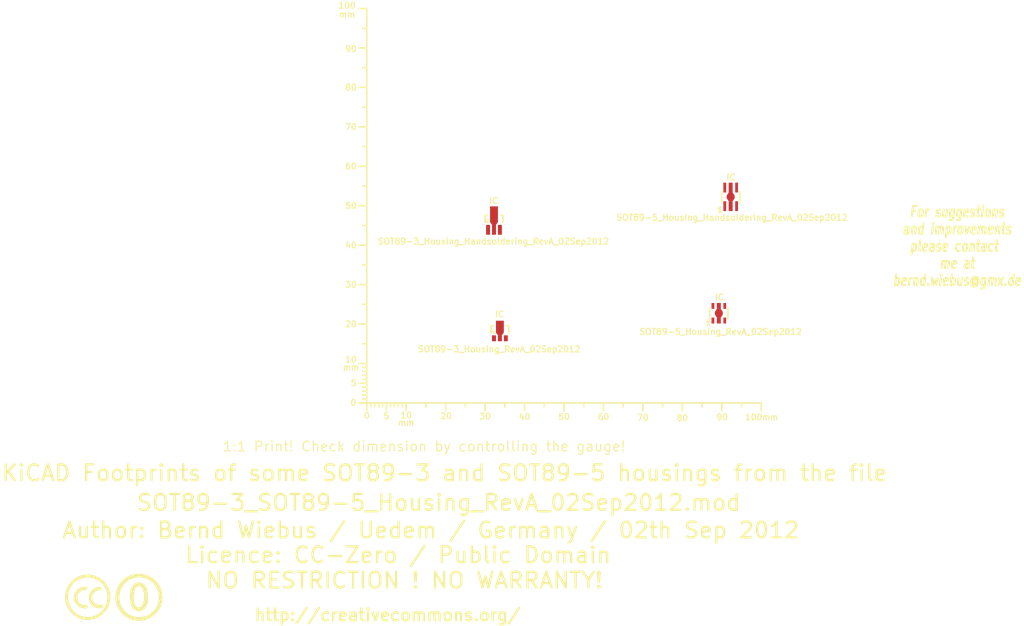
<source format=kicad_pcb>
(kicad_pcb (version 3) (host pcbnew "(2013-03-30 BZR 4007)-stable")

  (general
    (links 0)
    (no_connects 0)
    (area -0.90696 35.803839 274.02378 194.6694)
    (thickness 1.6002)
    (drawings 7)
    (tracks 0)
    (zones 0)
    (modules 7)
    (nets 1)
  )

  (page A4)
  (layers
    (15 Vorderseite signal)
    (0 Rückseite signal)
    (16 B.Adhes user)
    (17 F.Adhes user)
    (18 B.Paste user)
    (19 F.Paste user)
    (20 B.SilkS user)
    (21 F.SilkS user)
    (22 B.Mask user)
    (23 F.Mask user)
    (24 Dwgs.User user)
    (25 Cmts.User user)
    (26 Eco1.User user)
    (27 Eco2.User user)
    (28 Edge.Cuts user)
  )

  (setup
    (last_trace_width 0.2032)
    (trace_clearance 0.254)
    (zone_clearance 0.508)
    (zone_45_only no)
    (trace_min 0.2032)
    (segment_width 0.381)
    (edge_width 0.381)
    (via_size 0.889)
    (via_drill 0.635)
    (via_min_size 0.889)
    (via_min_drill 0.508)
    (uvia_size 0.508)
    (uvia_drill 0.127)
    (uvias_allowed no)
    (uvia_min_size 0.508)
    (uvia_min_drill 0.127)
    (pcb_text_width 0.3048)
    (pcb_text_size 1.524 2.032)
    (mod_edge_width 0.381)
    (mod_text_size 1.524 1.524)
    (mod_text_width 0.3048)
    (pad_size 1.524 1.524)
    (pad_drill 0.8128)
    (pad_to_mask_clearance 0.254)
    (aux_axis_origin 0 0)
    (visible_elements 7FFFFFFF)
    (pcbplotparams
      (layerselection 3178497)
      (usegerberextensions true)
      (excludeedgelayer true)
      (linewidth 60)
      (plotframeref false)
      (viasonmask false)
      (mode 1)
      (useauxorigin false)
      (hpglpennumber 1)
      (hpglpenspeed 20)
      (hpglpendiameter 15)
      (hpglpenoverlay 0)
      (psnegative false)
      (psa4output false)
      (plotreference true)
      (plotvalue true)
      (plotothertext true)
      (plotinvisibletext false)
      (padsonsilk false)
      (subtractmaskfromsilk false)
      (outputformat 1)
      (mirror false)
      (drillshape 1)
      (scaleselection 1)
      (outputdirectory ""))
  )

  (net 0 "")

  (net_class Default "Dies ist die voreingestellte Netzklasse."
    (clearance 0.254)
    (trace_width 0.2032)
    (via_dia 0.889)
    (via_drill 0.635)
    (uvia_dia 0.508)
    (uvia_drill 0.127)
    (add_net "")
  )

  (module Gauge_100mm_Type2_SilkScreenTop_RevA_Date22Jun2010 (layer Vorderseite) (tedit 51B02995) (tstamp 4D88F07A)
    (at 107.74934 136.24814)
    (descr "Gauge, Massstab, 100mm, SilkScreenTop, Type 2,")
    (tags "Gauge, Massstab, 100mm, SilkScreenTop, Type 2,")
    (path Gauge_100mm_Type2_SilkScreenTop_RevA_Date22Jun2010)
    (fp_text reference MSC (at 4.0005 8.99922) (layer F.SilkS) hide
      (effects (font (size 1.524 1.524) (thickness 0.3048)))
    )
    (fp_text value Gauge_100mm_Type2_SilkScreenTop_RevA_Date22Jun2010 (at 45.9994 8.99922) (layer F.SilkS) hide
      (effects (font (size 1.524 1.524) (thickness 0.3048)))
    )
    (fp_text user mm (at 9.99998 5.00126) (layer F.SilkS)
      (effects (font (size 1.524 1.524) (thickness 0.3048)))
    )
    (fp_text user mm (at -4.0005 -8.99922) (layer F.SilkS)
      (effects (font (size 1.524 1.524) (thickness 0.3048)))
    )
    (fp_text user mm (at -5.00126 -98.5012) (layer F.SilkS)
      (effects (font (size 1.524 1.524) (thickness 0.3048)))
    )
    (fp_text user 10 (at 10.00506 3.0988) (layer F.SilkS)
      (effects (font (size 1.50114 1.50114) (thickness 0.29972)))
    )
    (fp_text user 0 (at 0.00508 3.19786) (layer F.SilkS)
      (effects (font (size 1.39954 1.50114) (thickness 0.29972)))
    )
    (fp_text user 5 (at 5.0038 3.29946) (layer F.SilkS)
      (effects (font (size 1.50114 1.50114) (thickness 0.29972)))
    )
    (fp_text user 20 (at 20.1041 3.29946) (layer F.SilkS)
      (effects (font (size 1.50114 1.50114) (thickness 0.29972)))
    )
    (fp_text user 30 (at 30.00502 3.39852) (layer F.SilkS)
      (effects (font (size 1.50114 1.50114) (thickness 0.29972)))
    )
    (fp_text user 40 (at 40.005 3.50012) (layer F.SilkS)
      (effects (font (size 1.50114 1.50114) (thickness 0.29972)))
    )
    (fp_text user 50 (at 50.00498 3.50012) (layer F.SilkS)
      (effects (font (size 1.50114 1.50114) (thickness 0.29972)))
    )
    (fp_text user 60 (at 60.00496 3.50012) (layer F.SilkS)
      (effects (font (size 1.50114 1.50114) (thickness 0.29972)))
    )
    (fp_text user 70 (at 70.00494 3.70078) (layer F.SilkS)
      (effects (font (size 1.50114 1.50114) (thickness 0.29972)))
    )
    (fp_text user 80 (at 80.00492 3.79984) (layer F.SilkS)
      (effects (font (size 1.50114 1.50114) (thickness 0.29972)))
    )
    (fp_text user 90 (at 90.1065 3.60172) (layer F.SilkS)
      (effects (font (size 1.50114 1.50114) (thickness 0.29972)))
    )
    (fp_text user 100mm (at 100.10648 3.60172) (layer F.SilkS)
      (effects (font (size 1.50114 1.50114) (thickness 0.29972)))
    )
    (fp_line (start 0 -8.99922) (end -1.00076 -8.99922) (layer F.SilkS) (width 0.381))
    (fp_line (start 0 -8.001) (end -1.00076 -8.001) (layer F.SilkS) (width 0.381))
    (fp_line (start 0 -7.00024) (end -1.00076 -7.00024) (layer F.SilkS) (width 0.381))
    (fp_line (start 0 -5.99948) (end -1.00076 -5.99948) (layer F.SilkS) (width 0.381))
    (fp_line (start 0 -4.0005) (end -1.00076 -4.0005) (layer F.SilkS) (width 0.381))
    (fp_line (start 0 -2.99974) (end -1.00076 -2.99974) (layer F.SilkS) (width 0.381))
    (fp_line (start 0 -1.99898) (end -1.00076 -1.99898) (layer F.SilkS) (width 0.381))
    (fp_line (start 0 -1.00076) (end -1.00076 -1.00076) (layer F.SilkS) (width 0.381))
    (fp_line (start 0 0) (end -1.99898 0) (layer F.SilkS) (width 0.381))
    (fp_line (start 0 -5.00126) (end -1.99898 -5.00126) (layer F.SilkS) (width 0.381))
    (fp_line (start 0 -9.99998) (end -1.99898 -9.99998) (layer F.SilkS) (width 0.381))
    (fp_line (start 0 -15.00124) (end -1.00076 -15.00124) (layer F.SilkS) (width 0.381))
    (fp_line (start 0 -19.99996) (end -1.99898 -19.99996) (layer F.SilkS) (width 0.381))
    (fp_line (start 0 -25.00122) (end -1.00076 -25.00122) (layer F.SilkS) (width 0.381))
    (fp_line (start 0 -29.99994) (end -1.99898 -29.99994) (layer F.SilkS) (width 0.381))
    (fp_line (start 0 -35.0012) (end -1.00076 -35.0012) (layer F.SilkS) (width 0.381))
    (fp_line (start 0 -39.99992) (end -1.99898 -39.99992) (layer F.SilkS) (width 0.381))
    (fp_line (start 0 -45.00118) (end -1.00076 -45.00118) (layer F.SilkS) (width 0.381))
    (fp_line (start 0 -49.9999) (end -1.99898 -49.9999) (layer F.SilkS) (width 0.381))
    (fp_line (start 0 -55.00116) (end -1.00076 -55.00116) (layer F.SilkS) (width 0.381))
    (fp_line (start 0 -59.99988) (end -1.99898 -59.99988) (layer F.SilkS) (width 0.381))
    (fp_line (start 0 -65.00114) (end -1.00076 -65.00114) (layer F.SilkS) (width 0.381))
    (fp_line (start 0 -69.99986) (end -1.99898 -69.99986) (layer F.SilkS) (width 0.381))
    (fp_line (start 0 -75.00112) (end -1.00076 -75.00112) (layer F.SilkS) (width 0.381))
    (fp_line (start 0 -79.99984) (end -1.99898 -79.99984) (layer F.SilkS) (width 0.381))
    (fp_line (start 0 -85.0011) (end -1.00076 -85.0011) (layer F.SilkS) (width 0.381))
    (fp_line (start 0 -89.99982) (end -1.99898 -89.99982) (layer F.SilkS) (width 0.381))
    (fp_line (start 0 -95.00108) (end -1.00076 -95.00108) (layer F.SilkS) (width 0.381))
    (fp_line (start 0 0) (end 0 -99.9998) (layer F.SilkS) (width 0.381))
    (fp_line (start 0 -99.9998) (end -1.99898 -99.9998) (layer F.SilkS) (width 0.381))
    (fp_text user 100 (at -4.99872 -100.7491) (layer F.SilkS)
      (effects (font (size 1.50114 1.50114) (thickness 0.29972)))
    )
    (fp_text user 90 (at -4.0005 -89.7509) (layer F.SilkS)
      (effects (font (size 1.50114 1.50114) (thickness 0.29972)))
    )
    (fp_text user 80 (at -4.0005 -79.99984) (layer F.SilkS)
      (effects (font (size 1.50114 1.50114) (thickness 0.29972)))
    )
    (fp_text user 70 (at -4.0005 -69.99986) (layer F.SilkS)
      (effects (font (size 1.50114 1.50114) (thickness 0.29972)))
    )
    (fp_text user 60 (at -4.0005 -59.99988) (layer F.SilkS)
      (effects (font (size 1.50114 1.50114) (thickness 0.29972)))
    )
    (fp_text user 50 (at -4.0005 -49.9999) (layer F.SilkS)
      (effects (font (size 1.50114 1.50114) (thickness 0.34036)))
    )
    (fp_text user 40 (at -4.0005 -39.99992) (layer F.SilkS)
      (effects (font (size 1.50114 1.50114) (thickness 0.29972)))
    )
    (fp_text user 30 (at -4.0005 -29.99994) (layer F.SilkS)
      (effects (font (size 1.50114 1.50114) (thickness 0.29972)))
    )
    (fp_text user 20 (at -4.0005 -19.99996) (layer F.SilkS)
      (effects (font (size 1.50114 1.50114) (thickness 0.29972)))
    )
    (fp_line (start 95.00108 0) (end 95.00108 1.00076) (layer F.SilkS) (width 0.381))
    (fp_line (start 89.99982 0) (end 89.99982 1.99898) (layer F.SilkS) (width 0.381))
    (fp_line (start 85.0011 0) (end 85.0011 1.00076) (layer F.SilkS) (width 0.381))
    (fp_line (start 79.99984 0) (end 79.99984 1.99898) (layer F.SilkS) (width 0.381))
    (fp_line (start 75.00112 0) (end 75.00112 1.00076) (layer F.SilkS) (width 0.381))
    (fp_line (start 69.99986 0) (end 69.99986 1.99898) (layer F.SilkS) (width 0.381))
    (fp_line (start 65.00114 0) (end 65.00114 1.00076) (layer F.SilkS) (width 0.381))
    (fp_line (start 59.99988 0) (end 59.99988 1.99898) (layer F.SilkS) (width 0.381))
    (fp_line (start 55.00116 0) (end 55.00116 1.00076) (layer F.SilkS) (width 0.381))
    (fp_line (start 49.9999 0) (end 49.9999 1.99898) (layer F.SilkS) (width 0.381))
    (fp_line (start 45.00118 0) (end 45.00118 1.00076) (layer F.SilkS) (width 0.381))
    (fp_line (start 39.99992 0) (end 39.99992 1.99898) (layer F.SilkS) (width 0.381))
    (fp_line (start 35.0012 0) (end 35.0012 1.00076) (layer F.SilkS) (width 0.381))
    (fp_line (start 29.99994 0) (end 29.99994 1.99898) (layer F.SilkS) (width 0.381))
    (fp_line (start 25.00122 0) (end 25.00122 1.00076) (layer F.SilkS) (width 0.381))
    (fp_line (start 19.99996 0) (end 19.99996 1.99898) (layer F.SilkS) (width 0.381))
    (fp_line (start 15.00124 0) (end 15.00124 1.00076) (layer F.SilkS) (width 0.381))
    (fp_line (start 9.99998 0) (end 99.9998 0) (layer F.SilkS) (width 0.381))
    (fp_line (start 99.9998 0) (end 99.9998 1.99898) (layer F.SilkS) (width 0.381))
    (fp_text user 5 (at -3.302 -5.10286) (layer F.SilkS)
      (effects (font (size 1.50114 1.50114) (thickness 0.29972)))
    )
    (fp_text user 0 (at -3.4036 -0.10414) (layer F.SilkS)
      (effects (font (size 1.50114 1.50114) (thickness 0.29972)))
    )
    (fp_text user 10 (at -4.0005 -11.00074) (layer F.SilkS)
      (effects (font (size 1.50114 1.50114) (thickness 0.29972)))
    )
    (fp_line (start 8.99922 0) (end 8.99922 1.00076) (layer F.SilkS) (width 0.381))
    (fp_line (start 8.001 0) (end 8.001 1.00076) (layer F.SilkS) (width 0.381))
    (fp_line (start 7.00024 0) (end 7.00024 1.00076) (layer F.SilkS) (width 0.381))
    (fp_line (start 5.99948 0) (end 5.99948 1.00076) (layer F.SilkS) (width 0.381))
    (fp_line (start 4.0005 0) (end 4.0005 1.00076) (layer F.SilkS) (width 0.381))
    (fp_line (start 2.99974 0) (end 2.99974 1.00076) (layer F.SilkS) (width 0.381))
    (fp_line (start 1.99898 0) (end 1.99898 1.00076) (layer F.SilkS) (width 0.381))
    (fp_line (start 1.00076 0) (end 1.00076 1.00076) (layer F.SilkS) (width 0.381))
    (fp_line (start 5.00126 0) (end 5.00126 1.99898) (layer F.SilkS) (width 0.381))
    (fp_line (start 0 0) (end 0 1.99898) (layer F.SilkS) (width 0.381))
    (fp_line (start 0 0) (end 9.99998 0) (layer F.SilkS) (width 0.381))
    (fp_line (start 9.99998 0) (end 9.99998 1.99898) (layer F.SilkS) (width 0.381))
  )

  (module Symbol_CC-PublicDomain_SilkScreenTop_Big (layer Vorderseite) (tedit 515D641F) (tstamp 515F0B64)
    (at 50 185.5)
    (descr "Symbol, CC-PublicDomain, SilkScreen Top, Big,")
    (tags "Symbol, CC-PublicDomain, SilkScreen Top, Big,")
    (path Symbol_CC-Noncommercial_CopperTop_Big)
    (fp_text reference Sym (at 0.59944 -7.29996) (layer F.SilkS) hide
      (effects (font (size 1.524 1.524) (thickness 0.3048)))
    )
    (fp_text value Symbol_CC-PublicDomain_SilkScreenTop_Big (at 0.59944 8.001) (layer F.SilkS) hide
      (effects (font (size 1.524 1.524) (thickness 0.3048)))
    )
    (fp_circle (center 0 0) (end 5.8 -0.05) (layer F.SilkS) (width 0.381))
    (fp_circle (center 0 0) (end 5.5 0) (layer F.SilkS) (width 0.381))
    (fp_circle (center 0.05 0) (end 5.25 0) (layer F.SilkS) (width 0.381))
    (fp_line (start 1.1 -2.5) (end 1.4 -1.9) (layer F.SilkS) (width 0.381))
    (fp_line (start -1.8 1.2) (end -1.6 1.9) (layer F.SilkS) (width 0.381))
    (fp_line (start -1.6 1.9) (end -1.2 2.5) (layer F.SilkS) (width 0.381))
    (fp_line (start 0 -3) (end 0.75 -2.75) (layer F.SilkS) (width 0.381))
    (fp_line (start 0.75 -2.75) (end 1 -2.25) (layer F.SilkS) (width 0.381))
    (fp_line (start 1 -2.25) (end 1.5 -1) (layer F.SilkS) (width 0.381))
    (fp_line (start 1.5 -1) (end 1.5 -0.5) (layer F.SilkS) (width 0.381))
    (fp_line (start 1.5 -0.5) (end 1.5 0.5) (layer F.SilkS) (width 0.381))
    (fp_line (start 1.5 0.5) (end 1.25 1.5) (layer F.SilkS) (width 0.381))
    (fp_line (start 1.25 1.5) (end 0.75 2.5) (layer F.SilkS) (width 0.381))
    (fp_line (start 0.75 2.5) (end 0.25 2.75) (layer F.SilkS) (width 0.381))
    (fp_line (start 0.25 2.75) (end -0.25 2.75) (layer F.SilkS) (width 0.381))
    (fp_line (start -0.25 2.75) (end -0.75 2.5) (layer F.SilkS) (width 0.381))
    (fp_line (start -0.75 2.5) (end -1.25 1.75) (layer F.SilkS) (width 0.381))
    (fp_line (start -1.25 1.75) (end -1.5 0.75) (layer F.SilkS) (width 0.381))
    (fp_line (start -1.5 0.75) (end -1.5 -0.75) (layer F.SilkS) (width 0.381))
    (fp_line (start -1.5 -0.75) (end -1.25 -1.75) (layer F.SilkS) (width 0.381))
    (fp_line (start -1.25 -1.75) (end -1 -2.5) (layer F.SilkS) (width 0.381))
    (fp_line (start -1 -2.5) (end -0.3 -2.9) (layer F.SilkS) (width 0.381))
    (fp_line (start -0.3 -2.9) (end 0.2 -3) (layer F.SilkS) (width 0.381))
    (fp_line (start 0.2 -3) (end 0.8 -3) (layer F.SilkS) (width 0.381))
    (fp_line (start 0.8 -3) (end 1.4 -2.3) (layer F.SilkS) (width 0.381))
    (fp_line (start 1.4 -2.3) (end 1.6 -1.4) (layer F.SilkS) (width 0.381))
    (fp_line (start 1.6 -1.4) (end 1.7 -0.3) (layer F.SilkS) (width 0.381))
    (fp_line (start 1.7 -0.3) (end 1.7 0.9) (layer F.SilkS) (width 0.381))
    (fp_line (start 1.7 0.9) (end 1.4 1.8) (layer F.SilkS) (width 0.381))
    (fp_line (start 1.4 1.8) (end 1 2.7) (layer F.SilkS) (width 0.381))
    (fp_line (start 1 2.7) (end 0.5 3) (layer F.SilkS) (width 0.381))
    (fp_line (start 0.5 3) (end -0.4 3) (layer F.SilkS) (width 0.381))
    (fp_line (start -0.4 3) (end -1.3 2.3) (layer F.SilkS) (width 0.381))
    (fp_line (start -1.3 2.3) (end -1.7 1) (layer F.SilkS) (width 0.381))
    (fp_line (start -1.7 1) (end -1.8 -0.7) (layer F.SilkS) (width 0.381))
    (fp_line (start -1.8 -0.7) (end -1.4 -2.2) (layer F.SilkS) (width 0.381))
    (fp_line (start -1.4 -2.2) (end -1 -2.9) (layer F.SilkS) (width 0.381))
    (fp_line (start -1 -2.9) (end -0.2 -3.3) (layer F.SilkS) (width 0.381))
    (fp_line (start -0.2 -3.3) (end 0.7 -3.2) (layer F.SilkS) (width 0.381))
    (fp_line (start 0.7 -3.2) (end 1.3 -3.1) (layer F.SilkS) (width 0.381))
    (fp_line (start 1.3 -3.1) (end 1.7 -2.4) (layer F.SilkS) (width 0.381))
    (fp_line (start 1.7 -2.4) (end 2 -1.6) (layer F.SilkS) (width 0.381))
    (fp_line (start 2 -1.6) (end 2.1 -0.6) (layer F.SilkS) (width 0.381))
    (fp_line (start 2.1 -0.6) (end 2.1 0.3) (layer F.SilkS) (width 0.381))
    (fp_line (start 2.1 0.3) (end 2.1 1.3) (layer F.SilkS) (width 0.381))
    (fp_line (start 2.1 1.3) (end 1.9 1.8) (layer F.SilkS) (width 0.381))
    (fp_line (start 1.9 1.8) (end 1.5 2.6) (layer F.SilkS) (width 0.381))
    (fp_line (start 1.5 2.6) (end 1.1 3) (layer F.SilkS) (width 0.381))
    (fp_line (start 1.1 3) (end 0.4 3.3) (layer F.SilkS) (width 0.381))
    (fp_line (start 0.4 3.3) (end -0.1 3.4) (layer F.SilkS) (width 0.381))
    (fp_line (start -0.1 3.4) (end -0.8 3.2) (layer F.SilkS) (width 0.381))
    (fp_line (start -0.8 3.2) (end -1.5 2.6) (layer F.SilkS) (width 0.381))
    (fp_line (start -1.5 2.6) (end -1.9 1.7) (layer F.SilkS) (width 0.381))
    (fp_line (start -1.9 1.7) (end -2.1 0.4) (layer F.SilkS) (width 0.381))
    (fp_line (start -2.1 0.4) (end -2.1 -0.6) (layer F.SilkS) (width 0.381))
    (fp_line (start -2.1 -0.6) (end -2 -1.6) (layer F.SilkS) (width 0.381))
    (fp_line (start -2 -1.6) (end -1.7 -2.4) (layer F.SilkS) (width 0.381))
    (fp_line (start -1.7 -2.4) (end -1.2 -3.1) (layer F.SilkS) (width 0.381))
    (fp_line (start -1.2 -3.1) (end -0.4 -3.6) (layer F.SilkS) (width 0.381))
    (fp_line (start -0.4 -3.6) (end 0.4 -3.6) (layer F.SilkS) (width 0.381))
    (fp_line (start 0.4 -3.6) (end 1.1 -3.2) (layer F.SilkS) (width 0.381))
    (fp_line (start 1.1 -3.2) (end 1.1 -2.9) (layer F.SilkS) (width 0.381))
    (fp_line (start 1.1 -2.9) (end 1.8 -1.5) (layer F.SilkS) (width 0.381))
    (fp_line (start 1.8 -1.5) (end 1.8 -0.4) (layer F.SilkS) (width 0.381))
    (fp_line (start 1.8 -0.4) (end 1.8 1.1) (layer F.SilkS) (width 0.381))
    (fp_line (start 1.8 1.1) (end 1.2 2.6) (layer F.SilkS) (width 0.381))
    (fp_line (start 1.2 2.6) (end 0.2 3.2) (layer F.SilkS) (width 0.381))
    (fp_line (start 0.2 3.2) (end -0.5 3.2) (layer F.SilkS) (width 0.381))
    (fp_line (start -0.5 3.2) (end -1.1 2.7) (layer F.SilkS) (width 0.381))
    (fp_line (start -1.1 2.7) (end -1.9 0.6) (layer F.SilkS) (width 0.381))
    (fp_line (start -1.9 0.6) (end -1.7 -1.9) (layer F.SilkS) (width 0.381))
  )

  (module Symbol_CreativeCommons_SilkScreenTop_Type2_Big (layer Vorderseite) (tedit 515D640C) (tstamp 515D6AF0)
    (at 37 185.5)
    (descr "Symbol, Creative Commons, SilkScreen Top, Type 2, Big,")
    (tags "Symbol, Creative Commons, SilkScreen Top, Type 2, Big,")
    (path Symbol_CreativeCommons_CopperTop_Type2_Big)
    (fp_text reference Sym (at 0.59944 -7.29996) (layer F.SilkS) hide
      (effects (font (size 1.524 1.524) (thickness 0.3048)))
    )
    (fp_text value Symbol_CreativeCommons_Typ2_SilkScreenTop_Big (at 0.59944 8.001) (layer F.SilkS) hide
      (effects (font (size 1.524 1.524) (thickness 0.3048)))
    )
    (fp_line (start -0.70104 2.70002) (end -0.29972 2.60096) (layer F.SilkS) (width 0.381))
    (fp_line (start -0.29972 2.60096) (end -0.20066 2.10058) (layer F.SilkS) (width 0.381))
    (fp_line (start -2.49936 -1.69926) (end -2.70002 -1.6002) (layer F.SilkS) (width 0.381))
    (fp_line (start -2.70002 -1.6002) (end -3.0988 -1.00076) (layer F.SilkS) (width 0.381))
    (fp_line (start -3.0988 -1.00076) (end -3.29946 -0.50038) (layer F.SilkS) (width 0.381))
    (fp_line (start -3.29946 -0.50038) (end -3.40106 0.39878) (layer F.SilkS) (width 0.381))
    (fp_line (start -3.40106 0.39878) (end -3.29946 0.89916) (layer F.SilkS) (width 0.381))
    (fp_line (start -0.19812 2.4003) (end -0.29718 2.59842) (layer F.SilkS) (width 0.381))
    (fp_line (start 3.70078 2.10058) (end 3.79984 2.4003) (layer F.SilkS) (width 0.381))
    (fp_line (start 2.99974 -2.4003) (end 3.29946 -2.30124) (layer F.SilkS) (width 0.381))
    (fp_line (start 3.29946 -2.30124) (end 3.0988 -1.99898) (layer F.SilkS) (width 0.381))
    (fp_line (start 0 -5.40004) (end -0.50038 -5.40004) (layer F.SilkS) (width 0.381))
    (fp_line (start -0.50038 -5.40004) (end -1.30048 -5.10032) (layer F.SilkS) (width 0.381))
    (fp_line (start -1.30048 -5.10032) (end -1.99898 -4.89966) (layer F.SilkS) (width 0.381))
    (fp_line (start -1.99898 -4.89966) (end -2.70002 -4.699) (layer F.SilkS) (width 0.381))
    (fp_line (start -2.70002 -4.699) (end -3.29946 -4.20116) (layer F.SilkS) (width 0.381))
    (fp_line (start -3.29946 -4.20116) (end -4.0005 -3.59918) (layer F.SilkS) (width 0.381))
    (fp_line (start -4.0005 -3.59918) (end -4.50088 -2.99974) (layer F.SilkS) (width 0.381))
    (fp_line (start -4.50088 -2.99974) (end -5.00126 -2.10058) (layer F.SilkS) (width 0.381))
    (fp_line (start -5.00126 -2.10058) (end -5.30098 -1.09982) (layer F.SilkS) (width 0.381))
    (fp_line (start -5.30098 -1.09982) (end -5.40004 0.09906) (layer F.SilkS) (width 0.381))
    (fp_line (start -5.40004 0.09906) (end -5.19938 1.30048) (layer F.SilkS) (width 0.381))
    (fp_line (start -5.19938 1.30048) (end -4.8006 2.4003) (layer F.SilkS) (width 0.381))
    (fp_line (start -4.8006 2.4003) (end -3.79984 3.8989) (layer F.SilkS) (width 0.381))
    (fp_line (start -3.79984 3.8989) (end -2.60096 4.8006) (layer F.SilkS) (width 0.381))
    (fp_line (start -2.60096 4.8006) (end -1.30048 5.30098) (layer F.SilkS) (width 0.381))
    (fp_line (start -1.30048 5.30098) (end 0.09906 5.30098) (layer F.SilkS) (width 0.381))
    (fp_line (start 0.09906 5.30098) (end 1.6002 5.19938) (layer F.SilkS) (width 0.381))
    (fp_line (start 1.6002 5.19938) (end 2.60096 4.699) (layer F.SilkS) (width 0.381))
    (fp_line (start 2.60096 4.699) (end 4.20116 3.40106) (layer F.SilkS) (width 0.381))
    (fp_line (start 4.20116 3.40106) (end 5.00126 1.80086) (layer F.SilkS) (width 0.381))
    (fp_line (start 5.00126 1.80086) (end 5.40004 0.29972) (layer F.SilkS) (width 0.381))
    (fp_line (start 5.40004 0.29972) (end 5.19938 -1.39954) (layer F.SilkS) (width 0.381))
    (fp_line (start 5.19938 -1.39954) (end 4.699 -2.49936) (layer F.SilkS) (width 0.381))
    (fp_line (start 4.699 -2.49936) (end 3.40106 -4.09956) (layer F.SilkS) (width 0.381))
    (fp_line (start 3.40106 -4.09956) (end 2.4003 -4.8006) (layer F.SilkS) (width 0.381))
    (fp_line (start 2.4003 -4.8006) (end 1.39954 -5.19938) (layer F.SilkS) (width 0.381))
    (fp_line (start 1.39954 -5.19938) (end 0 -5.30098) (layer F.SilkS) (width 0.381))
    (fp_line (start 0.60198 -0.70104) (end 0.50292 -0.20066) (layer F.SilkS) (width 0.381))
    (fp_line (start 0.50292 -0.20066) (end 0.50292 0.49784) (layer F.SilkS) (width 0.381))
    (fp_line (start 0.50292 0.49784) (end 0.60198 1.09982) (layer F.SilkS) (width 0.381))
    (fp_line (start 0.60198 1.09982) (end 1.00076 1.69926) (layer F.SilkS) (width 0.381))
    (fp_line (start 1.00076 1.69926) (end 1.50114 2.19964) (layer F.SilkS) (width 0.381))
    (fp_line (start 1.50114 2.19964) (end 2.10058 2.49936) (layer F.SilkS) (width 0.381))
    (fp_line (start 2.10058 2.49936) (end 2.60096 2.59842) (layer F.SilkS) (width 0.381))
    (fp_line (start 2.60096 2.59842) (end 3.00228 2.59842) (layer F.SilkS) (width 0.381))
    (fp_line (start 3.00228 2.59842) (end 3.40106 2.59842) (layer F.SilkS) (width 0.381))
    (fp_line (start 3.40106 2.59842) (end 3.80238 2.49936) (layer F.SilkS) (width 0.381))
    (fp_line (start 3.80238 2.49936) (end 3.70078 2.2987) (layer F.SilkS) (width 0.381))
    (fp_line (start 3.70078 2.2987) (end 2.80162 2.4003) (layer F.SilkS) (width 0.381))
    (fp_line (start 2.80162 2.4003) (end 1.80086 2.09804) (layer F.SilkS) (width 0.381))
    (fp_line (start 1.80086 2.09804) (end 1.20142 1.6002) (layer F.SilkS) (width 0.381))
    (fp_line (start 1.20142 1.6002) (end 0.80264 0.6985) (layer F.SilkS) (width 0.381))
    (fp_line (start 0.80264 0.6985) (end 0.70104 -0.29972) (layer F.SilkS) (width 0.381))
    (fp_line (start 0.70104 -0.29972) (end 1.00076 -1.00076) (layer F.SilkS) (width 0.381))
    (fp_line (start 1.00076 -1.00076) (end 1.60274 -1.7018) (layer F.SilkS) (width 0.381))
    (fp_line (start 1.60274 -1.7018) (end 2.30124 -2.10058) (layer F.SilkS) (width 0.381))
    (fp_line (start 2.30124 -2.10058) (end 3.00228 -2.10058) (layer F.SilkS) (width 0.381))
    (fp_line (start 3.00228 -2.10058) (end 3.10134 -1.89992) (layer F.SilkS) (width 0.381))
    (fp_line (start 3.10134 -1.89992) (end 2.5019 -1.89992) (layer F.SilkS) (width 0.381))
    (fp_line (start 2.5019 -1.89992) (end 1.80086 -1.6002) (layer F.SilkS) (width 0.381))
    (fp_line (start 1.80086 -1.6002) (end 1.30048 -1.00076) (layer F.SilkS) (width 0.381))
    (fp_line (start 1.30048 -1.00076) (end 1.00076 -0.40132) (layer F.SilkS) (width 0.381))
    (fp_line (start 1.00076 -0.40132) (end 1.00076 0.09906) (layer F.SilkS) (width 0.381))
    (fp_line (start 1.00076 0.09906) (end 1.00076 0.6985) (layer F.SilkS) (width 0.381))
    (fp_line (start 1.00076 0.6985) (end 1.30048 1.19888) (layer F.SilkS) (width 0.381))
    (fp_line (start 1.30048 1.19888) (end 1.7018 1.69926) (layer F.SilkS) (width 0.381))
    (fp_line (start 1.7018 1.69926) (end 2.30124 1.99898) (layer F.SilkS) (width 0.381))
    (fp_line (start 2.30124 1.99898) (end 2.90068 2.09804) (layer F.SilkS) (width 0.381))
    (fp_line (start 2.90068 2.09804) (end 3.40106 2.09804) (layer F.SilkS) (width 0.381))
    (fp_line (start 3.40106 2.09804) (end 3.70078 1.99898) (layer F.SilkS) (width 0.381))
    (fp_line (start 3.00228 -2.4003) (end 2.40284 -2.4003) (layer F.SilkS) (width 0.381))
    (fp_line (start 2.40284 -2.4003) (end 2.00152 -2.20218) (layer F.SilkS) (width 0.381))
    (fp_line (start 2.00152 -2.20218) (end 1.50114 -2.00152) (layer F.SilkS) (width 0.381))
    (fp_line (start 1.50114 -2.00152) (end 1.10236 -1.6002) (layer F.SilkS) (width 0.381))
    (fp_line (start 1.10236 -1.6002) (end 0.80264 -1.09982) (layer F.SilkS) (width 0.381))
    (fp_line (start 0.80264 -1.09982) (end 0.60198 -0.70104) (layer F.SilkS) (width 0.381))
    (fp_line (start -0.39878 -1.99898) (end -0.89916 -1.99898) (layer F.SilkS) (width 0.381))
    (fp_line (start -0.89916 -1.99898) (end -1.39954 -1.89738) (layer F.SilkS) (width 0.381))
    (fp_line (start -1.39954 -1.89738) (end -1.89992 -1.59766) (layer F.SilkS) (width 0.381))
    (fp_line (start -1.89992 -1.59766) (end -2.4003 -1.19888) (layer F.SilkS) (width 0.381))
    (fp_line (start -2.4003 -1.30048) (end -2.70002 -0.8001) (layer F.SilkS) (width 0.381))
    (fp_line (start -2.70002 -0.8001) (end -2.79908 -0.29972) (layer F.SilkS) (width 0.381))
    (fp_line (start -2.79908 -0.29972) (end -2.79908 0.20066) (layer F.SilkS) (width 0.381))
    (fp_line (start -2.79908 0.20066) (end -2.59842 1.00076) (layer F.SilkS) (width 0.381))
    (fp_line (start -2.69748 1.00076) (end -2.39776 1.39954) (layer F.SilkS) (width 0.381))
    (fp_line (start -2.29616 1.4986) (end -1.79578 1.89992) (layer F.SilkS) (width 0.381))
    (fp_line (start -1.79578 1.89992) (end -1.29794 2.09804) (layer F.SilkS) (width 0.381))
    (fp_line (start -1.29794 2.09804) (end -0.89662 2.19964) (layer F.SilkS) (width 0.381))
    (fp_line (start -0.89662 2.19964) (end -0.49784 2.19964) (layer F.SilkS) (width 0.381))
    (fp_line (start -0.49784 2.19964) (end -0.19812 2.09804) (layer F.SilkS) (width 0.381))
    (fp_line (start -0.19812 2.09804) (end -0.29718 2.4003) (layer F.SilkS) (width 0.381))
    (fp_line (start -0.29718 2.4003) (end -0.89662 2.49936) (layer F.SilkS) (width 0.381))
    (fp_line (start -0.89662 2.49936) (end -1.59766 2.2987) (layer F.SilkS) (width 0.381))
    (fp_line (start -1.59766 2.2987) (end -2.29616 1.79832) (layer F.SilkS) (width 0.381))
    (fp_line (start -2.29616 1.79832) (end -2.79654 1.29794) (layer F.SilkS) (width 0.381))
    (fp_line (start -2.79908 1.39954) (end -2.99974 0.70104) (layer F.SilkS) (width 0.381))
    (fp_line (start -2.99974 0.70104) (end -3.0988 0) (layer F.SilkS) (width 0.381))
    (fp_line (start -3.0988 0) (end -2.99974 -0.59944) (layer F.SilkS) (width 0.381))
    (fp_line (start -2.99974 -0.8001) (end -2.70002 -1.30048) (layer F.SilkS) (width 0.381))
    (fp_line (start -2.70002 -1.09982) (end -2.19964 -1.6002) (layer F.SilkS) (width 0.381))
    (fp_line (start -2.19964 -1.69926) (end -1.69926 -1.99898) (layer F.SilkS) (width 0.381))
    (fp_line (start -1.69926 -1.99898) (end -1.19888 -2.19964) (layer F.SilkS) (width 0.381))
    (fp_line (start -1.19888 -2.19964) (end -0.6985 -2.19964) (layer F.SilkS) (width 0.381))
    (fp_line (start -0.6985 -2.19964) (end -0.29972 -2.19964) (layer F.SilkS) (width 0.381))
    (fp_line (start -0.29972 -2.19964) (end -0.20066 -2.39776) (layer F.SilkS) (width 0.381))
    (fp_line (start -0.20066 -2.39776) (end -0.59944 -2.49936) (layer F.SilkS) (width 0.381))
    (fp_line (start -0.59944 -2.49936) (end -1.00076 -2.49936) (layer F.SilkS) (width 0.381))
    (fp_line (start -1.00076 -2.49936) (end -1.4986 -2.39776) (layer F.SilkS) (width 0.381))
    (fp_line (start -1.4986 -2.39776) (end -2.10058 -2.09804) (layer F.SilkS) (width 0.381))
    (fp_line (start -2.10058 -2.09804) (end -2.59842 -1.69926) (layer F.SilkS) (width 0.381))
    (fp_line (start -2.59842 -1.6002) (end -3.0988 -0.89916) (layer F.SilkS) (width 0.381))
    (fp_line (start -3.0988 -0.89916) (end -3.29946 -0.29972) (layer F.SilkS) (width 0.381))
    (fp_line (start -3.29946 -0.29972) (end -3.29946 0.40132) (layer F.SilkS) (width 0.381))
    (fp_line (start -3.29946 0.40132) (end -3.2004 1.00076) (layer F.SilkS) (width 0.381))
    (fp_line (start -3.29946 0.8001) (end -2.99974 1.39954) (layer F.SilkS) (width 0.381))
    (fp_line (start -2.89814 1.4986) (end -2.49682 1.99898) (layer F.SilkS) (width 0.381))
    (fp_line (start -2.49682 1.99898) (end -1.89738 2.4003) (layer F.SilkS) (width 0.381))
    (fp_line (start -1.89738 2.4003) (end -1.19634 2.59842) (layer F.SilkS) (width 0.381))
    (fp_line (start -1.19634 2.59842) (end -0.69596 2.70002) (layer F.SilkS) (width 0.381))
    (fp_line (start -2.9972 1.19888) (end -2.59842 1.19888) (layer F.SilkS) (width 0.381))
    (fp_circle (center 0 0) (end 5.08 1.016) (layer F.SilkS) (width 0.381))
    (fp_circle (center 0 0) (end 5.588 0) (layer F.SilkS) (width 0.381))
  )

  (module SOT89-3_Housing_Handsoldering_RevA_02Sep2012 (layer Vorderseite) (tedit 51B029AB) (tstamp 51B0299E)
    (at 140 90)
    (descr "SOT89-3, Housing, Handsoldering,")
    (tags "SOT89-3, Housing, Handsoldering,")
    (path SOT89-3_Housing_Handsoldering_RevA_02Sep2012)
    (attr smd)
    (fp_text reference IC (at -0.0508 -5.00126) (layer F.SilkS)
      (effects (font (size 1.524 1.524) (thickness 0.3048)))
    )
    (fp_text value SOT89-3_Housing_Handsoldering_RevA_02Sep2012 (at -0.14986 5.30098) (layer F.SilkS)
      (effects (font (size 1.524 1.524) (thickness 0.3048)))
    )
    (fp_line (start -1.89992 0.20066) (end -1.651 -0.09906) (layer F.SilkS) (width 0.381))
    (fp_line (start -1.651 -0.09906) (end -1.5494 -0.24892) (layer F.SilkS) (width 0.381))
    (fp_line (start -1.5494 -0.24892) (end -1.5494 0.59944) (layer F.SilkS) (width 0.381))
    (fp_line (start -2.25044 -1.30048) (end -2.25044 0.50038) (layer F.SilkS) (width 0.381))
    (fp_line (start -2.25044 -1.30048) (end -1.6002 -1.30048) (layer F.SilkS) (width 0.381))
    (fp_line (start 2.25044 -1.30048) (end 2.25044 0.50038) (layer F.SilkS) (width 0.381))
    (fp_line (start 2.25044 -1.30048) (end 1.6002 -1.30048) (layer F.SilkS) (width 0.381))
    (pad 1 smd rect (at -1.50114 2.35204) (size 1.00076 2.5019)
      (layers Vorderseite F.Paste F.Mask)
    )
    (pad 2 smd rect (at 0 2.35204) (size 1.00076 2.5019)
      (layers Vorderseite F.Paste F.Mask)
    )
    (pad 3 smd rect (at 1.50114 2.35204) (size 1.00076 2.5019)
      (layers Vorderseite F.Paste F.Mask)
    )
    (pad 2 smd rect (at 0 -1.6002) (size 1.99898 4.0005)
      (layers Vorderseite F.Paste F.Mask)
    )
    (pad 2 smd trapezoid (at 0 0.7493 180) (size 1.50114 0.7493) (rect_delta 0 0.50038 )
      (layers Vorderseite F.Paste F.Mask)
    )
    (model SOT89-3_SOT89-5_Housing_Wings3d_RevA_02Sep2012/SOT89-3_Housing_Faktor03937_RevA_02Sep2012.wrl
      (at (xyz 0 0 0))
      (scale (xyz 0.3937 0.3937 0.3937))
      (rotate (xyz 0 0 0))
    )
  )

  (module SOT89-3_Housing_RevA_02Sep2012 (layer Vorderseite) (tedit 51B02985) (tstamp 51B02A1B)
    (at 141.5 118)
    (descr "SOT89-3, Housing,")
    (tags "SOT89-3, Housing,")
    (attr smd)
    (fp_text reference IC (at -0.09906 -4.24942) (layer F.SilkS)
      (effects (font (size 1.524 1.524) (thickness 0.3048)))
    )
    (fp_text value SOT89-3_Housing_RevA_02Sep2012 (at -0.20066 4.59994) (layer F.SilkS)
      (effects (font (size 1.524 1.524) (thickness 0.3048)))
    )
    (fp_line (start -1.89992 0.20066) (end -1.651 -0.09906) (layer F.SilkS) (width 0.381))
    (fp_line (start -1.651 -0.09906) (end -1.5494 -0.24892) (layer F.SilkS) (width 0.381))
    (fp_line (start -1.5494 -0.24892) (end -1.5494 0.59944) (layer F.SilkS) (width 0.381))
    (fp_line (start -2.25044 -1.30048) (end -2.25044 0.50038) (layer F.SilkS) (width 0.381))
    (fp_line (start -2.25044 -1.30048) (end -1.6002 -1.30048) (layer F.SilkS) (width 0.381))
    (fp_line (start 2.25044 -1.30048) (end 2.25044 0.50038) (layer F.SilkS) (width 0.381))
    (fp_line (start 2.25044 -1.30048) (end 1.6002 -1.30048) (layer F.SilkS) (width 0.381))
    (pad 1 smd rect (at -1.50114 1.85166) (size 1.00076 1.50114)
      (layers Vorderseite F.Paste F.Mask)
    )
    (pad 2 smd rect (at 0 1.85166) (size 1.00076 1.50114)
      (layers Vorderseite F.Paste F.Mask)
    )
    (pad 3 smd rect (at 1.50114 1.85166) (size 1.00076 1.50114)
      (layers Vorderseite F.Paste F.Mask)
    )
    (pad 2 smd rect (at 0 -1.09982) (size 1.99898 2.99974)
      (layers Vorderseite F.Paste F.Mask)
    )
    (pad 2 smd trapezoid (at 0 0.7493 180) (size 1.50114 0.7493) (rect_delta 0 0.50038 )
      (layers Vorderseite F.Paste F.Mask)
    )
    (model SOT89-3_SOT89-5_Housing_Wings3d_RevA_02Sep2012/SOT89-3_Housing_Faktor03937_RevA_02Sep2012.wrl
      (at (xyz 0 0 0))
      (scale (xyz 0.3937 0.3937 0.3937))
      (rotate (xyz 0 0 0))
    )
  )

  (module SOT89-5_Housing_Handsoldering_RevA_02Sep2012 (layer Vorderseite) (tedit 51B029B3) (tstamp 51B02A9C)
    (at 200 84)
    (descr "SOT89-5, Housing, Handsoldering,")
    (tags "SOT89-5, Housing, Handsoldering,")
    (attr smd)
    (fp_text reference IC (at 0.0508 -4.95046) (layer F.SilkS)
      (effects (font (size 1.524 1.524) (thickness 0.3048)))
    )
    (fp_text value SOT89-5_Housing_Handsoldering_RevA_02Sep2012 (at 0.35052 5.25018) (layer F.SilkS)
      (effects (font (size 1.524 1.524) (thickness 0.3048)))
    )
    (fp_line (start -2.99974 3.9497) (end -2.4003 3.9497) (layer F.SilkS) (width 0.381))
    (fp_line (start -3.2004 2.99974) (end -2.70002 2.55016) (layer F.SilkS) (width 0.381))
    (fp_line (start -2.70002 2.55016) (end -2.70002 3.9497) (layer F.SilkS) (width 0.381))
    (fp_line (start -2.30124 1.30048) (end -2.30124 -1.30048) (layer F.SilkS) (width 0.381))
    (fp_line (start 2.30124 -1.30048) (end 2.30124 1.30048) (layer F.SilkS) (width 0.381))
    (pad 2 smd trapezoid (at 0 -0.72644) (size 1.50114 0.7493) (rect_delta 0 0.50038 )
      (layers Vorderseite F.Paste F.Mask)
    )
    (pad 5 smd rect (at -1.50114 -2.35204) (size 0.70104 2.5019)
      (layers Vorderseite F.Paste F.Mask)
    )
    (pad 4 smd rect (at 1.50114 -2.35204) (size 0.70104 2.5019)
      (layers Vorderseite F.Paste F.Mask)
    )
    (pad 1 smd rect (at -1.50114 2.35204) (size 0.70104 2.5019)
      (layers Vorderseite F.Paste F.Mask)
    )
    (pad 2 smd rect (at 0 2.35204) (size 1.00076 2.5019)
      (layers Vorderseite F.Paste F.Mask)
    )
    (pad 3 smd rect (at 1.50114 2.35204) (size 0.70104 2.5019)
      (layers Vorderseite F.Paste F.Mask)
    )
    (pad 2 smd rect (at 0 -2.35204) (size 1.00076 2.5019)
      (layers Vorderseite F.Paste F.Mask)
    )
    (pad 2 smd trapezoid (at 0 0.72644 180) (size 1.50114 0.7493) (rect_delta 0 0.50038 )
      (layers Vorderseite F.Paste F.Mask)
    )
    (pad 2 smd rect (at 0 0) (size 1.99898 0.8001)
      (layers Vorderseite F.Paste F.Mask)
    )
    (model SOT89-3_SOT89-5_Housing_Wings3d_RevA_02Sep2012/SOT89-5_Housing_Faktor03937_RevA_02Sep2012.wrl
      (at (xyz 0 0 0))
      (scale (xyz 0.3937 0.3937 0.3937))
      (rotate (xyz 0 0 0))
    )
  )

  (module SOT89-5_Housing_RevA_02Sep2012 (layer Vorderseite) (tedit 51B029BB) (tstamp 51B02B21)
    (at 197 113.5)
    (descr "SOT89-5, Housing,")
    (tags "SOT89-5, Housing,")
    (attr smd)
    (fp_text reference IC (at 0.14986 -4.04876) (layer F.SilkS)
      (effects (font (size 1.524 1.524) (thickness 0.3048)))
    )
    (fp_text value SOT89-5_Housing_RevA_02Sep2012 (at 0.44958 4.699) (layer F.SilkS)
      (effects (font (size 1.524 1.524) (thickness 0.3048)))
    )
    (fp_line (start -2.84988 2.94894) (end -2.3495 2.94894) (layer F.SilkS) (width 0.381))
    (fp_line (start -3.05054 2.14884) (end -2.60096 1.75006) (layer F.SilkS) (width 0.381))
    (fp_line (start -2.60096 1.75006) (end -2.60096 2.94894) (layer F.SilkS) (width 0.381))
    (fp_line (start -2.30124 1.30048) (end -2.30124 -1.30048) (layer F.SilkS) (width 0.381))
    (fp_line (start 2.30124 -1.30048) (end 2.30124 1.30048) (layer F.SilkS) (width 0.381))
    (pad 2 smd trapezoid (at 0 -0.72644) (size 1.50114 0.7493) (rect_delta 0 0.50038 )
      (layers Vorderseite F.Paste F.Mask)
    )
    (pad 5 smd rect (at -1.50114 -1.85166) (size 0.70104 1.50114)
      (layers Vorderseite F.Paste F.Mask)
    )
    (pad 4 smd rect (at 1.50114 -1.85166) (size 0.70104 1.50114)
      (layers Vorderseite F.Paste F.Mask)
    )
    (pad 1 smd rect (at -1.50114 1.85166) (size 0.70104 1.50114)
      (layers Vorderseite F.Paste F.Mask)
    )
    (pad 2 smd rect (at 0 1.85166) (size 1.00076 1.50114)
      (layers Vorderseite F.Paste F.Mask)
    )
    (pad 3 smd rect (at 1.50114 1.85166) (size 0.70104 1.50114)
      (layers Vorderseite F.Paste F.Mask)
    )
    (pad 2 smd rect (at 0 -1.85166) (size 1.00076 1.50114)
      (layers Vorderseite F.Paste F.Mask)
    )
    (pad 2 smd trapezoid (at 0 0.72644 180) (size 1.50114 0.7493) (rect_delta 0 0.50038 )
      (layers Vorderseite F.Paste F.Mask)
    )
    (pad 2 smd rect (at 0 0) (size 1.99898 0.8001)
      (layers Vorderseite F.Paste F.Mask)
    )
    (model SOT89-3_SOT89-5_Housing_Wings3d_RevA_02Sep2012/SOT89-5_Housing_Faktor03937_RevA_02Sep2012.wrl
      (at (xyz 0 0 0))
      (scale (xyz 0.3937 0.3937 0.3937))
      (rotate (xyz 0 0 0))
    )
  )

  (gr_text "For suggestions\nand improvements\nplease contact \nme at\nbernd.wiebus@gmx.de" (at 257.41884 96.4692) (layer F.SilkS)
    (effects (font (size 2.70002 1.99898) (thickness 0.50038) italic))
  )
  (gr_text "1:1 Print! Check dimension by controlling the gauge!" (at 122.24766 147.24888) (layer F.SilkS)
    (effects (font (size 2.49936 2.49936) (thickness 0.29972)))
  )
  (gr_text "Author: Bernd Wiebus / Uedem / Germany / 02th Sep 2012" (at 124 168.5) (layer F.SilkS)
    (effects (font (size 4.0005 4.0005) (thickness 0.59944)))
  )
  (gr_text SOT89-3_SOT89-5_Housing_RevA_02Sep2012.mod (at 126 161.5) (layer F.SilkS)
    (effects (font (size 4.0005 4.0005) (thickness 0.59944)))
  )
  (gr_text "KiCAD Footprints of some SOT89-3 and SOT89-5 housings from the file " (at 129 154) (layer F.SilkS)
    (effects (font (size 4.0005 4.0005) (thickness 0.59944)))
  )
  (gr_text http://creativecommons.org/ (at 113 190) (layer F.SilkS)
    (effects (font (size 3 3) (thickness 0.6)))
  )
  (gr_text "Licence: CC-Zero / Public Domain \nNO RESTRICTION ! NO WARRANTY!" (at 117.2501 178.00064) (layer F.SilkS)
    (effects (font (size 4.0005 4.0005) (thickness 0.59944)))
  )

)

</source>
